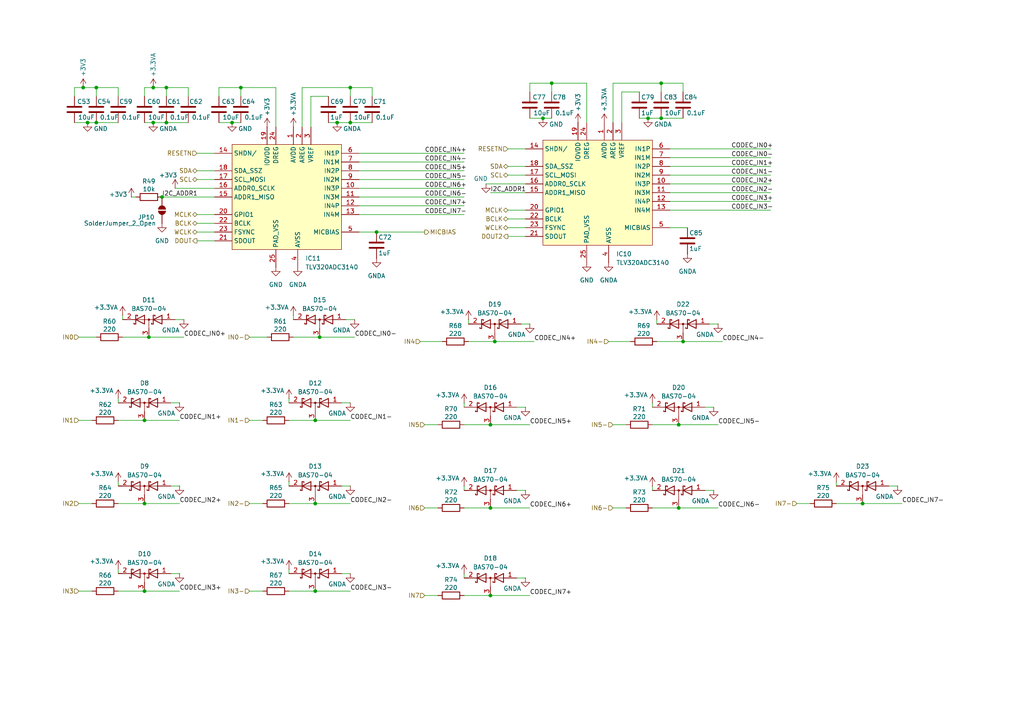
<source format=kicad_sch>
(kicad_sch (version 20250114) (generator "eeschema") (generator_version "9.0")
  (paper "A4")
  (lib_symbols
    (symbol "Bela:TLV320ADC3140"
      (property "Reference" "U" (at -13.462 -1.016 0))
      (property "Value" "TLV320ADC3140" (at 0 0 0))
      (symbol "TLV320ADC3140_1_0"
        (pin input line (at -20.32 -5.08 0) (length 5.08) (name "SHDN/") (number "14"))
        (pin bidirectional line (at -20.32 -10.16 0) (length 5.08) (name "SDA_SSZ") (number "18"))
        (pin input line (at -20.32 -12.7 0) (length 5.08) (name "SCL_MOSI") (number "17"))
        (pin input line (at -20.32 -15.24 0) (length 5.08) (name "ADDR0_SCLK") (number "16"))
        (pin bidirectional line (at -20.32 -17.78 0) (length 5.08) (name "ADDR1_MISO") (number "15"))
        (pin bidirectional line (at -20.32 -22.86 0) (length 5.08) (name "GPIO1") (number "20"))
        (pin bidirectional line (at -20.32 -25.4 0) (length 5.08) (name "BCLK") (number "22"))
        (pin bidirectional line (at -20.32 -27.94 0) (length 5.08) (name "FSYNC") (number "23"))
        (pin output line (at -20.32 -30.48 0) (length 5.08) (name "SDOUT") (number "21"))
        (pin power_in line (at -5.08 2.54 270) (length 5.08) (name "IOVDD") (number "19"))
        (pin power_in line (at -2.54 2.54 270) (length 5.08) (name "DREG") (number "24"))
        (pin power_in line (at -2.54 -38.1 90) (length 5.08) (name "PAD_VSS") (number "25"))
        (pin power_in line (at 2.54 2.54 270) (length 5.08) (name "AVDD") (number "1"))
        (pin power_in line (at 3.81 -38.1 90) (length 5.08) (name "AVSS") (number "4"))
        (pin bidirectional line (at 5.08 2.54 270) (length 5.08) (name "AREG") (number "2"))
        (pin output line (at 7.62 2.54 270) (length 5.08) (name "VREF") (number "3"))
        (pin input line (at 21.59 -5.08 180) (length 5.08) (name "IN1P") (number "6"))
        (pin input line (at 21.59 -7.62 180) (length 5.08) (name "IN1M") (number "7"))
        (pin input line (at 21.59 -10.16 180) (length 5.08) (name "IN2P") (number "8"))
        (pin input line (at 21.59 -12.7 180) (length 5.08) (name "IN2M") (number "9"))
        (pin input line (at 21.59 -15.24 180) (length 5.08) (name "IN3P") (number "10"))
        (pin input line (at 21.59 -17.78 180) (length 5.08) (name "IN3M") (number "11"))
        (pin input line (at 21.59 -20.32 180) (length 5.08) (name "IN4P") (number "12"))
        (pin input line (at 21.59 -22.86 180) (length 5.08) (name "IN4M") (number "13"))
        (pin output line (at 21.59 -27.94 180) (length 5.08) (name "MICBIAS") (number "5"))
      )
      (symbol "TLV320ADC3140_1_1"
        (rectangle (start -15.24 -2.54) (end 16.51 -33.02) (fill (type background)))
      )
    )
    (symbol "Device:C" (pin_numbers (hide yes)) (pin_names (offset 0.254))
      (property "Reference" "C" (at 0.635 2.54 0))
      (property "Value" "C" (at 0.635 -2.54 0))
      (symbol "C_0_1"
        (polyline (pts (xy -2.032 0.762) (xy 2.032 0.762)) (stroke (width 0.508)))
        (polyline (pts (xy -2.032 -0.762) (xy 2.032 -0.762)) (stroke (width 0.508)))
      )
      (symbol "C_1_1"
        (pin passive line (at 0 3.81 270) (length 2.794) (name "~") (number "1"))
        (pin passive line (at 0 -3.81 90) (length 2.794) (name "~") (number "2"))
      )
    )
    (symbol "Device:D_Schottky_Dual_Series_AKC" (pin_names (offset 0.762) (hide yes))
      (property "Reference" "D" (at 1.27 -2.54 0))
      (property "Value" "D_Schottky_Dual_Series_AKC" (at 0 2.54 0))
      (symbol "D_Schottky_Dual_Series_AKC_0_1"
        (polyline (pts (xy -3.81 1.27) (xy -1.27 0) (xy -3.81 -1.27) (xy -3.81 1.27) (xy -3.81 1.27) (xy -3.81 1.27)) (stroke (width 0.254)))
        (polyline (pts (xy -3.81 0) (xy 3.81 0)))
        (polyline (pts (xy -1.778 1.016) (xy -1.778 1.27) (xy -1.27 1.27) (xy -1.27 1.27) (xy -1.27 1.27)) (stroke (width 0.254)))
        (polyline (pts (xy -1.27 -1.27) (xy -1.27 1.27) (xy -1.27 1.27)) (stroke (width 0.254)))
        (polyline (pts (xy -1.27 -1.27) (xy -0.762 -1.27) (xy -0.762 -1.016) (xy -0.762 -1.016)) (stroke (width 0.254)))
        (polyline (pts (xy 0 0) (xy 0 -2.54)))
        (circle (center 0 0) (radius 0.254) (fill (type outline)))
        (polyline (pts (xy 1.27 1.27) (xy 3.81 0) (xy 1.27 -1.27) (xy 1.27 1.27) (xy 1.27 1.27) (xy 1.27 1.27)) (stroke (width 0.254)))
        (polyline (pts (xy 3.81 1.27) (xy 3.81 -1.27) (xy 3.81 -1.27)) (stroke (width 0.254)))
        (polyline (pts (xy 3.81 1.27) (xy 3.302 1.27) (xy 3.302 1.016) (xy 3.302 1.016)) (stroke (width 0.254)))
        (polyline (pts (xy 3.81 -1.27) (xy 4.318 -1.27) (xy 4.318 -1.016) (xy 4.318 -1.016)) (stroke (width 0.254)))
        (polyline (pts (xy 6.35 0) (xy 7.62 0)))
        (pin passive line (at -7.62 0 0) (length 3.81) (name "A") (number "1"))
        (pin passive line (at 0 -5.08 90) (length 2.54) (name "common") (number "3"))
        (pin passive line (at 7.62 0 180) (length 3.81) (name "K") (number "2"))
      )
    )
    (symbol "Device:R" (pin_numbers (hide yes)) (pin_names (offset 0))
      (property "Reference" "R" (at 2.032 0 90))
      (property "Value" "R" (at 0 0 90))
      (symbol "R_0_1"
        (rectangle (start -1.016 -2.54) (end 1.016 2.54) (stroke (width 0.254)))
      )
      (symbol "R_1_1"
        (pin passive line (at 0 3.81 270) (length 1.27) (name "~") (number "1"))
        (pin passive line (at 0 -3.81 90) (length 1.27) (name "~") (number "2"))
      )
    )
    (symbol "Jumper:SolderJumper_2_Open" (pin_numbers (hide yes)) (pin_names (offset 0) (hide yes)) (exclude_from_sim yes) (in_bom no)
      (property "Reference" "JP" (at 0 2.032 0))
      (property "Value" "SolderJumper_2_Open" (at 0 -2.54 0))
      (symbol "SolderJumper_2_Open_0_1"
        (polyline (pts (xy -0.254 1.016) (xy -0.254 -1.016)))
        (arc (start -0.254 -1.016) (mid -1.2656 0) (end -0.254 1.016))
        (arc (start -0.254 -1.016) (mid -1.2656 0) (end -0.254 1.016) (fill (type outline)))
        (arc (start 0.254 1.016) (mid 1.2656 0) (end 0.254 -1.016))
        (arc (start 0.254 1.016) (mid 1.2656 0) (end 0.254 -1.016) (fill (type outline)))
        (polyline (pts (xy 0.254 1.016) (xy 0.254 -1.016)))
      )
      (symbol "SolderJumper_2_Open_1_1"
        (pin passive line (at -3.81 0 0) (length 2.54) (name "A") (number "1"))
        (pin passive line (at 3.81 0 180) (length 2.54) (name "B") (number "2"))
      )
    )
    (symbol "power:+3.3VA" (power) (pin_numbers (hide yes)) (pin_names (offset 0) (hide yes))
      (property "Value" "+3.3VA" (at 0 3.556 0))
      (symbol "+3.3VA_0_1"
        (polyline (pts (xy -0.762 1.27) (xy 0 2.54)))
        (polyline (pts (xy 0 2.54) (xy 0.762 1.27)))
        (polyline (pts (xy 0 0) (xy 0 2.54)))
      )
      (symbol "+3.3VA_1_1"
        (pin power_in line (at 0 0 90) (length 0) (name "~") (number "1"))
      )
    )
    (symbol "power:+3V3" (power) (pin_numbers (hide yes)) (pin_names (offset 0) (hide yes))
      (property "Value" "+3V3" (at 0 3.556 0))
      (symbol "+3V3_0_1"
        (polyline (pts (xy -0.762 1.27) (xy 0 2.54)))
        (polyline (pts (xy 0 2.54) (xy 0.762 1.27)))
        (polyline (pts (xy 0 0) (xy 0 2.54)))
      )
      (symbol "+3V3_1_1"
        (pin power_in line (at 0 0 90) (length 0) (name "~") (number "1"))
      )
    )
    (symbol "power:GND" (power) (pin_numbers (hide yes)) (pin_names (offset 0) (hide yes))
      (property "Value" "GND" (at 0 -3.81 0))
      (symbol "GND_0_1"
        (polyline (pts (xy 0 0) (xy 0 -1.27) (xy 1.27 -1.27) (xy 0 -2.54) (xy -1.27 -1.27) (xy 0 -1.27)))
      )
      (symbol "GND_1_1"
        (pin power_in line (at 0 0 270) (length 0) (name "~") (number "1"))
      )
    )
    (symbol "power:GNDA" (power) (pin_numbers (hide yes)) (pin_names (offset 0) (hide yes))
      (property "Value" "GNDA" (at 0 -3.81 0))
      (symbol "GNDA_0_1"
        (polyline (pts (xy 0 0) (xy 0 -1.27) (xy 1.27 -1.27) (xy 0 -2.54) (xy -1.27 -1.27) (xy 0 -1.27)))
      )
      (symbol "GNDA_1_1"
        (pin power_in line (at 0 0 270) (length 0) (name "~") (number "1"))
      )
    )
  )
  (junction (at 48.26 25.4))
  (junction (at 142.24 172.72))
  (junction (at 109.22 67.31))
  (junction (at 25.4 35.56))
  (junction (at 91.44 146.05))
  (junction (at 91.44 121.92))
  (junction (at 41.91 146.05))
  (junction (at 157.48 34.29))
  (junction (at 24.13 25.4))
  (junction (at 67.31 35.56))
  (junction (at 44.45 25.4))
  (junction (at 196.85 123.19))
  (junction (at 142.24 123.19))
  (junction (at 160.02 24.13))
  (junction (at 143.51 99.06))
  (junction (at 196.85 147.32))
  (junction (at 27.94 25.4))
  (junction (at 43.18 97.79))
  (junction (at 27.94 35.56))
  (junction (at 41.91 121.92))
  (junction (at 48.26 35.56))
  (junction (at 187.96 34.29))
  (junction (at 92.71 97.79))
  (junction (at 97.79 35.56))
  (junction (at 198.12 99.06))
  (junction (at 101.6 25.4))
  (junction (at 46.99 57.15))
  (junction (at 69.85 25.4))
  (junction (at 191.77 34.29))
  (junction (at 142.24 147.32))
  (junction (at 44.45 35.56))
  (junction (at 191.77 24.13))
  (junction (at 91.44 171.45))
  (junction (at 250.19 146.05))
  (junction (at 41.91 171.45))
  (junction (at 101.6 35.56))
  (wire (pts (xy 170.18 35.56) (xy 170.18 24.13)))
  (wire (pts (xy 153.67 172.72) (xy 142.24 172.72)))
  (wire (pts (xy 194.31 60.96) (xy 223.52 60.96)))
  (wire (pts (xy 189.23 140.97) (xy 189.23 142.24)))
  (wire (pts (xy 104.14 57.15) (xy 134.62 57.15)))
  (wire (pts (xy 104.14 67.31) (xy 109.22 67.31)))
  (wire (pts (xy 57.15 62.23) (xy 62.23 62.23)))
  (wire (pts (xy 123.19 123.19) (xy 127 123.19)))
  (wire (pts (xy 72.39 146.05) (xy 76.2 146.05)))
  (wire (pts (xy 261.62 146.05) (xy 250.19 146.05)))
  (wire (pts (xy 153.67 147.32) (xy 142.24 147.32)))
  (wire (pts (xy 194.31 55.88) (xy 223.52 55.88)))
  (wire (pts (xy 50.8 54.61) (xy 62.23 54.61)))
  (wire (pts (xy 153.67 34.29) (xy 157.48 34.29)))
  (wire (pts (xy 22.86 146.05) (xy 26.67 146.05)))
  (wire (pts (xy 57.15 69.85) (xy 62.23 69.85)))
  (wire (pts (xy 250.19 146.05) (xy 242.57 146.05)))
  (wire (pts (xy 52.07 116.84) (xy 49.53 116.84)))
  (wire (pts (xy 147.32 66.04) (xy 152.4 66.04)))
  (wire (pts (xy 46.99 57.15) (xy 62.23 57.15)))
  (wire (pts (xy 48.26 25.4) (xy 54.61 25.4)))
  (wire (pts (xy 153.67 93.98) (xy 151.13 93.98)))
  (wire (pts (xy 80.01 25.4) (xy 69.85 25.4)))
  (wire (pts (xy 190.5 92.71) (xy 190.5 93.98)))
  (wire (pts (xy 57.15 49.53) (xy 62.23 49.53)))
  (wire (pts (xy 142.24 172.72) (xy 134.62 172.72)))
  (wire (pts (xy 69.85 27.94) (xy 69.85 25.4)))
  (wire (pts (xy 147.32 60.96) (xy 152.4 60.96)))
  (wire (pts (xy 191.77 26.67) (xy 191.77 24.13)))
  (wire (pts (xy 134.62 49.53) (xy 104.14 49.53)))
  (wire (pts (xy 90.17 36.83) (xy 90.17 27.94)))
  (wire (pts (xy 134.62 166.37) (xy 134.62 167.64)))
  (wire (pts (xy 242.57 139.7) (xy 242.57 140.97)))
  (wire (pts (xy 91.44 121.92) (xy 83.82 121.92)))
  (wire (pts (xy 41.91 27.94) (xy 41.91 25.4)))
  (wire (pts (xy 57.15 64.77) (xy 62.23 64.77)))
  (wire (pts (xy 180.34 35.56) (xy 180.34 26.67)))
  (wire (pts (xy 101.6 25.4) (xy 87.63 25.4)))
  (wire (pts (xy 154.94 99.06) (xy 143.51 99.06)))
  (wire (pts (xy 121.92 99.06) (xy 128.27 99.06)))
  (wire (pts (xy 57.15 52.07) (xy 62.23 52.07)))
  (wire (pts (xy 43.18 97.79) (xy 35.56 97.79)))
  (wire (pts (xy 91.44 146.05) (xy 83.82 146.05)))
  (wire (pts (xy 52.07 146.05) (xy 41.91 146.05)))
  (wire (pts (xy 134.62 54.61) (xy 104.14 54.61)))
  (wire (pts (xy 34.29 25.4) (xy 34.29 27.94)))
  (wire (pts (xy 147.32 48.26) (xy 152.4 48.26)))
  (wire (pts (xy 198.12 26.67) (xy 198.12 24.13)))
  (wire (pts (xy 83.82 115.57) (xy 83.82 116.84)))
  (wire (pts (xy 135.89 92.71) (xy 135.89 93.98)))
  (wire (pts (xy 38.1 57.15) (xy 39.37 57.15)))
  (wire (pts (xy 153.67 123.19) (xy 142.24 123.19)))
  (wire (pts (xy 177.8 123.19) (xy 181.61 123.19)))
  (wire (pts (xy 87.63 25.4) (xy 87.63 36.83)))
  (wire (pts (xy 198.12 24.13) (xy 191.77 24.13)))
  (wire (pts (xy 72.39 97.79) (xy 77.47 97.79)))
  (wire (pts (xy 48.26 27.94) (xy 48.26 25.4)))
  (wire (pts (xy 189.23 116.84) (xy 189.23 118.11)))
  (wire (pts (xy 52.07 166.37) (xy 49.53 166.37)))
  (wire (pts (xy 91.44 171.45) (xy 83.82 171.45)))
  (wire (pts (xy 101.6 27.94) (xy 101.6 25.4)))
  (wire (pts (xy 104.14 52.07) (xy 134.62 52.07)))
  (wire (pts (xy 52.07 171.45) (xy 41.91 171.45)))
  (wire (pts (xy 41.91 146.05) (xy 34.29 146.05)))
  (wire (pts (xy 223.52 43.18) (xy 194.31 43.18)))
  (wire (pts (xy 134.62 59.69) (xy 104.14 59.69)))
  (wire (pts (xy 223.52 58.42) (xy 194.31 58.42)))
  (wire (pts (xy 194.31 66.04) (xy 199.39 66.04)))
  (wire (pts (xy 160.02 26.67) (xy 160.02 24.13)))
  (wire (pts (xy 187.96 34.29) (xy 191.77 34.29)))
  (wire (pts (xy 27.94 35.56) (xy 34.29 35.56)))
  (wire (pts (xy 160.02 24.13) (xy 153.67 24.13)))
  (wire (pts (xy 41.91 171.45) (xy 34.29 171.45)))
  (wire (pts (xy 147.32 43.18) (xy 152.4 43.18)))
  (wire (pts (xy 198.12 99.06) (xy 190.5 99.06)))
  (wire (pts (xy 177.8 147.32) (xy 181.61 147.32)))
  (wire (pts (xy 208.28 93.98) (xy 205.74 93.98)))
  (wire (pts (xy 83.82 139.7) (xy 83.82 140.97)))
  (wire (pts (xy 196.85 123.19) (xy 189.23 123.19)))
  (wire (pts (xy 57.15 44.45) (xy 62.23 44.45)))
  (wire (pts (xy 101.6 146.05) (xy 91.44 146.05)))
  (wire (pts (xy 24.13 25.4) (xy 21.59 25.4)))
  (wire (pts (xy 34.29 115.57) (xy 34.29 116.84)))
  (wire (pts (xy 80.01 36.83) (xy 80.01 25.4)))
  (wire (pts (xy 48.26 25.4) (xy 44.45 25.4)))
  (wire (pts (xy 102.87 92.71) (xy 100.33 92.71)))
  (wire (pts (xy 54.61 25.4) (xy 54.61 27.94)))
  (wire (pts (xy 92.71 97.79) (xy 85.09 97.79)))
  (wire (pts (xy 223.52 53.34) (xy 194.31 53.34)))
  (wire (pts (xy 147.32 63.5) (xy 152.4 63.5)))
  (wire (pts (xy 101.6 116.84) (xy 99.06 116.84)))
  (wire (pts (xy 134.62 44.45) (xy 104.14 44.45)))
  (wire (pts (xy 85.09 91.44) (xy 85.09 92.71)))
  (wire (pts (xy 142.24 55.88) (xy 152.4 55.88)))
  (wire (pts (xy 191.77 34.29) (xy 198.12 34.29)))
  (wire (pts (xy 48.26 35.56) (xy 54.61 35.56)))
  (wire (pts (xy 72.39 171.45) (xy 76.2 171.45)))
  (wire (pts (xy 142.24 147.32) (xy 134.62 147.32)))
  (wire (pts (xy 57.15 67.31) (xy 62.23 67.31)))
  (wire (pts (xy 207.01 142.24) (xy 204.47 142.24)))
  (wire (pts (xy 104.14 62.23) (xy 134.62 62.23)))
  (wire (pts (xy 152.4 167.64) (xy 149.86 167.64)))
  (wire (pts (xy 44.45 25.4) (xy 41.91 25.4)))
  (wire (pts (xy 27.94 25.4) (xy 24.13 25.4)))
  (wire (pts (xy 153.67 26.67) (xy 153.67 24.13)))
  (wire (pts (xy 52.07 140.97) (xy 49.53 140.97)))
  (wire (pts (xy 67.31 35.56) (xy 69.85 35.56)))
  (wire (pts (xy 191.77 24.13) (xy 177.8 24.13)))
  (wire (pts (xy 21.59 27.94) (xy 21.59 25.4)))
  (wire (pts (xy 123.19 67.31) (xy 109.22 67.31)))
  (wire (pts (xy 196.85 147.32) (xy 189.23 147.32)))
  (wire (pts (xy 176.53 99.06) (xy 182.88 99.06)))
  (wire (pts (xy 53.34 97.79) (xy 43.18 97.79)))
  (wire (pts (xy 223.52 48.26) (xy 194.31 48.26)))
  (wire (pts (xy 101.6 35.56) (xy 107.95 35.56)))
  (wire (pts (xy 208.28 123.19) (xy 196.85 123.19)))
  (wire (pts (xy 41.91 35.56) (xy 44.45 35.56)))
  (wire (pts (xy 231.14 146.05) (xy 234.95 146.05)))
  (wire (pts (xy 69.85 25.4) (xy 63.5 25.4)))
  (wire (pts (xy 152.4 118.11) (xy 149.86 118.11)))
  (wire (pts (xy 95.25 35.56) (xy 97.79 35.56)))
  (wire (pts (xy 41.91 121.92) (xy 34.29 121.92)))
  (wire (pts (xy 22.86 97.79) (xy 27.94 97.79)))
  (wire (pts (xy 123.19 172.72) (xy 127 172.72)))
  (wire (pts (xy 44.45 35.56) (xy 48.26 35.56)))
  (wire (pts (xy 194.31 50.8) (xy 223.52 50.8)))
  (wire (pts (xy 22.86 121.92) (xy 26.67 121.92)))
  (wire (pts (xy 90.17 27.94) (xy 95.25 27.94)))
  (wire (pts (xy 170.18 24.13) (xy 160.02 24.13)))
  (wire (pts (xy 123.19 147.32) (xy 127 147.32)))
  (wire (pts (xy 104.14 46.99) (xy 134.62 46.99)))
  (wire (pts (xy 185.42 34.29) (xy 187.96 34.29)))
  (wire (pts (xy 34.29 139.7) (xy 34.29 140.97)))
  (wire (pts (xy 63.5 35.56) (xy 67.31 35.56)))
  (wire (pts (xy 143.51 99.06) (xy 135.89 99.06)))
  (wire (pts (xy 101.6 140.97) (xy 99.06 140.97)))
  (wire (pts (xy 157.48 34.29) (xy 160.02 34.29)))
  (wire (pts (xy 34.29 165.1) (xy 34.29 166.37)))
  (wire (pts (xy 107.95 27.94) (xy 107.95 25.4)))
  (wire (pts (xy 102.87 97.79) (xy 92.71 97.79)))
  (wire (pts (xy 107.95 25.4) (xy 101.6 25.4)))
  (wire (pts (xy 83.82 165.1) (xy 83.82 166.37)))
  (wire (pts (xy 22.86 171.45) (xy 26.67 171.45)))
  (wire (pts (xy 101.6 121.92) (xy 91.44 121.92)))
  (wire (pts (xy 27.94 25.4) (xy 34.29 25.4)))
  (wire (pts (xy 101.6 166.37) (xy 99.06 166.37)))
  (wire (pts (xy 52.07 121.92) (xy 41.91 121.92)))
  (wire (pts (xy 194.31 45.72) (xy 223.52 45.72)))
  (wire (pts (xy 25.4 35.56) (xy 27.94 35.56)))
  (wire (pts (xy 260.35 140.97) (xy 257.81 140.97)))
  (wire (pts (xy 97.79 35.56) (xy 101.6 35.56)))
  (wire (pts (xy 208.28 147.32) (xy 196.85 147.32)))
  (wire (pts (xy 147.32 68.58) (xy 152.4 68.58)))
  (wire (pts (xy 21.59 35.56) (xy 25.4 35.56)))
  (wire (pts (xy 209.55 99.06) (xy 198.12 99.06)))
  (wire (pts (xy 53.34 92.71) (xy 50.8 92.71)))
  (wire (pts (xy 63.5 27.94) (xy 63.5 25.4)))
  (wire (pts (xy 180.34 26.67) (xy 185.42 26.67)))
  (wire (pts (xy 72.39 121.92) (xy 76.2 121.92)))
  (wire (pts (xy 147.32 50.8) (xy 152.4 50.8)))
  (wire (pts (xy 134.62 116.84) (xy 134.62 118.11)))
  (wire (pts (xy 134.62 140.97) (xy 134.62 142.24)))
  (wire (pts (xy 101.6 171.45) (xy 91.44 171.45)))
  (wire (pts (xy 35.56 91.44) (xy 35.56 92.71)))
  (wire (pts (xy 27.94 27.94) (xy 27.94 25.4)))
  (wire (pts (xy 207.01 118.11) (xy 204.47 118.11)))
  (wire (pts (xy 142.24 123.19) (xy 134.62 123.19)))
  (wire (pts (xy 140.97 53.34) (xy 152.4 53.34)))
  (wire (pts (xy 177.8 24.13) (xy 177.8 35.56)))
  (wire (pts (xy 152.4 142.24) (xy 149.86 142.24)))
  (label "CODEC_IN0-" (at 212.09 45.72 0))
  (label "CODEC_IN2-" (at 101.6 146.05 0))
  (label "CODEC_IN4+" (at 123.19 44.45 0))
  (label "CODEC_IN1+" (at 52.07 121.92 0))
  (label "CODEC_IN3+" (at 212.09 58.42 0))
  (label "CODEC_IN2-" (at 212.09 55.88 0))
  (label "CODEC_IN1-" (at 212.09 50.8 0))
  (label "CODEC_IN4-" (at 123.19 46.99 0))
  (label "CODEC_IN5+" (at 153.67 123.19 0))
  (label "CODEC_IN7+" (at 123.19 59.69 0))
  (label "CODEC_IN7+" (at 153.67 172.72 0))
  (label "CODEC_IN5-" (at 208.28 123.19 0))
  (label "I2C_ADDR1" (at 46.99 57.15 0))
  (label "CODEC_IN1-" (at 101.6 121.92 0))
  (label "CODEC_IN5-" (at 123.19 52.07 0))
  (label "I2C_ADDR1" (at 142.24 55.88 0))
  (label "CODEC_IN2+" (at 212.09 53.34 0))
  (label "CODEC_IN0+" (at 53.34 97.79 0))
  (label "CODEC_IN5+" (at 123.19 49.53 0))
  (label "CODEC_IN6+" (at 153.67 147.32 0))
  (label "CODEC_IN6-" (at 208.28 147.32 0))
  (label "CODEC_IN4+" (at 154.94 99.06 0))
  (label "CODEC_IN3-" (at 101.6 171.45 0))
  (label "CODEC_IN3+" (at 52.07 171.45 0))
  (label "CODEC_IN7-" (at 123.19 62.23 0))
  (label "CODEC_IN6-" (at 123.19 57.15 0))
  (label "CODEC_IN0+" (at 212.09 43.18 0))
  (label "CODEC_IN6+" (at 123.19 54.61 0))
  (label "CODEC_IN3-" (at 212.09 60.96 0))
  (label "CODEC_IN2+" (at 52.07 146.05 0))
  (label "CODEC_IN1+" (at 212.09 48.26 0))
  (label "CODEC_IN0-" (at 102.87 97.79 0))
  (label "CODEC_IN4-" (at 209.55 99.06 0))
  (label "CODEC_IN7-" (at 261.62 146.05 0))
  (hierarchical_label "IN7-" (shape input) (at 231.14 146.05 180))
  (hierarchical_label "IN2" (shape input) (at 22.86 146.05 180))
  (hierarchical_label "RESETN" (shape input) (at 147.32 43.18 180))
  (hierarchical_label "IN5" (shape input) (at 123.19 123.19 180))
  (hierarchical_label "WCLK" (shape bidirectional) (at 57.15 67.31 180))
  (hierarchical_label "IN3-" (shape input) (at 72.39 171.45 180))
  (hierarchical_label "IN3" (shape input) (at 22.86 171.45 180))
  (hierarchical_label "DOUT" (shape output) (at 57.15 69.85 180))
  (hierarchical_label "SCL" (shape bidirectional) (at 57.15 52.07 180))
  (hierarchical_label "IN6" (shape input) (at 123.19 147.32 180))
  (hierarchical_label "DOUT2" (shape output) (at 147.32 68.58 180))
  (hierarchical_label "BCLK" (shape bidirectional) (at 147.32 63.5 180))
  (hierarchical_label "IN4-" (shape input) (at 176.53 99.06 180))
  (hierarchical_label "IN1" (shape input) (at 22.86 121.92 180))
  (hierarchical_label "MCLK" (shape bidirectional) (at 147.32 60.96 180))
  (hierarchical_label "IN5-" (shape input) (at 177.8 123.19 180))
  (hierarchical_label "MICBIAS" (shape output) (at 123.19 67.31 0))
  (hierarchical_label "MCLK" (shape bidirectional) (at 57.15 62.23 180))
  (hierarchical_label "IN2-" (shape input) (at 72.39 146.05 180))
  (hierarchical_label "IN0" (shape input) (at 22.86 97.79 180))
  (hierarchical_label "RESETN" (shape input) (at 57.15 44.45 180))
  (hierarchical_label "IN4" (shape input) (at 121.92 99.06 180))
  (hierarchical_label "SDA" (shape bidirectional) (at 57.15 49.53 180))
  (hierarchical_label "BCLK" (shape bidirectional) (at 57.15 64.77 180))
  (hierarchical_label "IN6-" (shape input) (at 177.8 147.32 180))
  (hierarchical_label "WCLK" (shape bidirectional) (at 147.32 66.04 180))
  (hierarchical_label "IN7" (shape input) (at 123.19 172.72 180))
  (hierarchical_label "SCL" (shape bidirectional) (at 147.32 50.8 180))
  (hierarchical_label "SDA" (shape bidirectional) (at 147.32 48.26 180))
  (hierarchical_label "IN1-" (shape input) (at 72.39 121.92 180))
  (hierarchical_label "IN0-" (shape input) (at 72.39 97.79 180))
  (symbol (lib_id "Device:C") (at 41.91 31.75 0) (unit 1)
    (property "Reference" "C60" (at 42.672 29.464 0) (effects (justify left)))
    (property "Value" "10uF" (at 42.926 34.036 0) (effects (justify left)))
    (property "Footprint" "Capacitor_SMD:C_0603_1608Metric" (effects (hide yes)))
    (property "Description" "Unpolarized capacitor" (effects (hide yes)))
  )
  (symbol (lib_id "Device:C") (at 107.95 31.75 0) (unit 1)
    (property "Reference" "C71" (at 108.204 29.464 0) (effects (justify left)))
    (property "Value" "0.1uF" (at 108.966 34.036 0) (effects (justify left)))
    (property "Footprint" "Capacitor_SMD:C_0402_1005Metric" (effects (hide yes)))
    (property "Description" "Unpolarized capacitor" (effects (hide yes)))
  )
  (symbol (lib_id "Jumper:SolderJumper_2_Open") (at 46.99 60.96 270) (unit 1) (exclude_from_sim yes) (in_bom no)
    (property "Reference" "JP10" (at 42.418 62.992 90))
    (property "Value" "SolderJumper_2_Open" (at 34.798 64.77 90))
    (property "Footprint" "Jumper:SolderJumper-2_P1.3mm_Open_RoundedPad1.0x1.5mm" (effects (hide yes)))
    (property "Description" "Solder Jumper, 2-pole, open" (effects (hide yes)))
  )
  (symbol (lib_id "Device:R") (at 31.75 97.79 270) (unit 1)
    (property "Reference" "R60" (at 31.75 93.218 90))
    (property "Value" "220" (at 31.75 95.504 90))
    (property "Footprint" "Resistor_SMD:R_0402_1005Metric" (effects (hide yes)))
    (property "Description" "Resistor" (effects (hide yes)))
  )
  (symbol (lib_id "Device:D_Schottky_Dual_Series_AKC") (at 142.24 118.11 0) (mirror y) (unit 1)
    (property "Reference" "D16" (at 142.24 112.395 0))
    (property "Value" "BAS70-04" (at 142.24 114.935 0))
    (property "Footprint" "Package_TO_SOT_SMD:SOT-323_SC-70" (effects (hide yes)))
  )
  (symbol (lib_id "power:+3.3VA") (at 83.82 165.1 0) (unit 1)
    (property "Reference" "#PWR0161" (effects (hide yes)))
    (property "Value" "+3.3VA" (at 78.994 162.814 0))
  )
  (symbol (lib_id "power:GND") (at 157.48 34.29 0) (unit 1)
    (property "Reference" "#PWR0180" (effects (hide yes)))
    (property "Value" "GND" (at 161.29 36.068 0))
    (property "Description" "Power symbol creates a global label with name \"GND\" , ground" (effects (hide yes)))
  )
  (symbol (lib_id "Device:D_Schottky_Dual_Series_AKC") (at 91.44 166.37 0) (mirror y) (unit 1)
    (property "Reference" "D14" (at 91.44 160.655 0))
    (property "Value" "BAS70-04" (at 91.44 163.195 0))
    (property "Footprint" "Package_TO_SOT_SMD:SOT-323_SC-70" (effects (hide yes)))
  )
  (symbol (lib_id "Device:C") (at 69.85 31.75 0) (unit 1)
    (property "Reference" "C64" (at 70.104 29.464 0) (effects (justify left)))
    (property "Value" "0.1uF" (at 70.866 34.036 0) (effects (justify left)))
    (property "Footprint" "Capacitor_SMD:C_0402_1005Metric" (effects (hide yes)))
    (property "Description" "Unpolarized capacitor" (effects (hide yes)))
  )
  (symbol (lib_id "Device:R") (at 132.08 99.06 270) (unit 1)
    (property "Reference" "R68" (at 132.08 94.488 90))
    (property "Value" "220" (at 132.08 96.774 90))
    (property "Footprint" "Resistor_SMD:R_0402_1005Metric" (effects (hide yes)))
    (property "Description" "Resistor" (effects (hide yes)))
  )
  (symbol (lib_id "power:+3V3") (at 50.8 54.61 0) (unit 1)
    (property "Reference" "#PWR0155" (effects (hide yes)))
    (property "Value" "+3V3" (at 48.768 50.8 0))
    (property "Description" "Power symbol creates a global label with name \"+3V3\"" (effects (hide yes)))
  )
  (symbol (lib_id "Bela:TLV320ADC3140") (at 172.72 38.1 0) (unit 1)
    (property "Reference" "IC10" (at 178.7241 73.66 0) (effects (justify left)))
    (property "Value" "TLV320ADC3140" (at 178.7241 76.2 0) (effects (justify left)))
    (property "Footprint" "Package_DFN_QFN:QFN-24-1EP_4x4mm_P0.5mm_EP2.7x2.7mm" (effects (hide yes)))
    (property "Description" "4/8-input audio ADC" (effects (hide yes)))
  )
  (symbol (lib_id "Device:D_Schottky_Dual_Series_AKC") (at 142.24 167.64 0) (mirror y) (unit 1)
    (property "Reference" "D18" (at 142.24 161.925 0))
    (property "Value" "BAS70-04" (at 142.24 164.465 0))
    (property "Footprint" "Package_TO_SOT_SMD:SOT-323_SC-70" (effects (hide yes)))
  )
  (symbol (lib_id "power:GND") (at 67.31 35.56 0) (unit 1)
    (property "Reference" "#PWR0156" (effects (hide yes)))
    (property "Value" "GND" (at 71.12 37.338 0))
    (property "Description" "Power symbol creates a global label with name \"GND\" , ground" (effects (hide yes)))
  )
  (symbol (lib_id "power:GND") (at 140.97 53.34 0) (unit 1)
    (property "Reference" "#PWR0175" (effects (hide yes)))
    (property "Value" "GND" (at 139.446 51.816 0))
    (property "Description" "Power symbol creates a global label with name \"GND\" , ground" (effects (hide yes)))
  )
  (symbol (lib_id "power:GNDA") (at 52.07 116.84 0) (unit 1)
    (property "Reference" "#PWR0151" (effects (hide yes)))
    (property "Value" "GNDA" (at 48.26 119.888 0))
    (property "Description" "Power symbol creates a global label with name \"GNDA\" , analog ground" (effects (hide yes)))
  )
  (symbol (lib_id "power:GNDA") (at 101.6 140.97 0) (unit 1)
    (property "Reference" "#PWR0167" (effects (hide yes)))
    (property "Value" "GNDA" (at 97.79 144.018 0))
    (property "Description" "Power symbol creates a global label with name \"GNDA\" , analog ground" (effects (hide yes)))
  )
  (symbol (lib_id "power:+3.3VA") (at 34.29 165.1 0) (unit 1)
    (property "Reference" "#PWR0145" (effects (hide yes)))
    (property "Value" "+3.3VA" (at 29.464 162.814 0))
  )
  (symbol (lib_id "power:GND") (at 170.18 76.2 0) (unit 1)
    (property "Reference" "#PWR0182" (effects (hide yes)))
    (property "Value" "GND" (at 170.18 81.28 0))
    (property "Description" "Power symbol creates a global label with name \"GND\" , ground" (effects (hide yes)))
  )
  (symbol (lib_id "Device:C") (at 95.25 31.75 0) (unit 1)
    (property "Reference" "C69" (at 95.758 29.464 0) (effects (justify left)))
    (property "Value" "1uF" (at 95.758 34.036 0) (effects (justify left)))
    (property "Footprint" "Capacitor_SMD:C_0402_1005Metric" (effects (hide yes)))
    (property "Description" "Unpolarized capacitor" (effects (hide yes)))
  )
  (symbol (lib_id "power:GNDA") (at 101.6 166.37 0) (unit 1)
    (property "Reference" "#PWR0168" (effects (hide yes)))
    (property "Value" "GNDA" (at 97.79 169.418 0))
    (property "Description" "Power symbol creates a global label with name \"GNDA\" , analog ground" (effects (hide yes)))
  )
  (symbol (lib_id "power:GNDA") (at 176.53 76.2 0) (unit 1)
    (property "Reference" "#PWR0184" (effects (hide yes)))
    (property "Value" "GNDA" (at 176.53 81.28 0))
    (property "Description" "Power symbol creates a global label with name \"GNDA\" , analog ground" (effects (hide yes)))
  )
  (symbol (lib_id "Device:R") (at 43.18 57.15 270) (unit 1)
    (property "Reference" "R49" (at 43.18 52.578 90))
    (property "Value" "10k" (at 43.18 54.864 90))
    (property "Footprint" "Resistor_SMD:R_0402_1005Metric" (effects (hide yes)))
    (property "Description" "Resistor" (effects (hide yes)))
  )
  (symbol (lib_id "Device:D_Schottky_Dual_Series_AKC") (at 91.44 140.97 0) (mirror y) (unit 1)
    (property "Reference" "D13" (at 91.44 135.255 0))
    (property "Value" "BAS70-04" (at 91.44 137.795 0))
    (property "Footprint" "Package_TO_SOT_SMD:SOT-323_SC-70" (effects (hide yes)))
  )
  (symbol (lib_id "power:+3.3VA") (at 175.26 35.56 0) (unit 1)
    (property "Reference" "#PWR0183" (effects (hide yes)))
    (property "Value" "+3.3VA" (at 175.26 28.956 90))
    (property "Description" "Power symbol creates a global label with name \"+3.3VA\"" (effects (hide yes)))
  )
  (symbol (lib_id "power:GND") (at 46.99 64.77 0) (unit 1)
    (property "Reference" "#PWR0150" (effects (hide yes)))
    (property "Value" "GND" (at 46.99 69.85 0))
    (property "Description" "Power symbol creates a global label with name \"GND\" , ground" (effects (hide yes)))
  )
  (symbol (lib_id "power:+3.3VA") (at 35.56 91.44 0) (unit 1)
    (property "Reference" "#PWR0146" (effects (hide yes)))
    (property "Value" "+3.3VA" (at 30.734 89.154 0))
  )
  (symbol (lib_id "Device:D_Schottky_Dual_Series_AKC") (at 91.44 116.84 0) (mirror y) (unit 1)
    (property "Reference" "D12" (at 91.44 111.125 0))
    (property "Value" "BAS70-04" (at 91.44 113.665 0))
    (property "Footprint" "Package_TO_SOT_SMD:SOT-323_SC-70" (effects (hide yes)))
  )
  (symbol (lib_id "power:+3V3") (at 24.13 25.4 0) (unit 1)
    (property "Reference" "#PWR0141" (effects (hide yes)))
    (property "Value" "+3V3" (at 24.13 19.558 90))
    (property "Description" "Power symbol creates a global label with name \"+3V3\"" (effects (hide yes)))
  )
  (symbol (lib_id "power:+3V3") (at 38.1 57.15 0) (unit 1)
    (property "Reference" "#PWR0147" (effects (hide yes)))
    (property "Value" "+3V3" (at 34.29 56.388 0))
    (property "Description" "Power symbol creates a global label with name \"+3V3\"" (effects (hide yes)))
  )
  (symbol (lib_id "power:+3V3") (at 77.47 36.83 0) (unit 1)
    (property "Reference" "#PWR0157" (effects (hide yes)))
    (property "Value" "+3V3" (at 77.47 30.988 90))
    (property "Description" "Power symbol creates a global label with name \"+3V3\"" (effects (hide yes)))
  )
  (symbol (lib_id "Device:R") (at 238.76 146.05 270) (unit 1)
    (property "Reference" "R75" (at 238.76 141.478 90))
    (property "Value" "220" (at 238.76 143.764 90))
    (property "Footprint" "Resistor_SMD:R_0402_1005Metric" (effects (hide yes)))
    (property "Description" "Resistor" (effects (hide yes)))
  )
  (symbol (lib_id "power:GNDA") (at 97.79 35.56 0) (unit 1)
    (property "Reference" "#PWR0165" (effects (hide yes)))
    (property "Value" "GNDA" (at 102.108 37.338 0))
    (property "Description" "Power symbol creates a global label with name \"GNDA\" , analog ground" (effects (hide yes)))
  )
  (symbol (lib_id "Device:R") (at 30.48 121.92 270) (unit 1)
    (property "Reference" "R62" (at 30.48 117.348 90))
    (property "Value" "220" (at 30.48 119.634 90))
    (property "Footprint" "Resistor_SMD:R_0402_1005Metric" (effects (hide yes)))
    (property "Description" "Resistor" (effects (hide yes)))
  )
  (symbol (lib_id "power:+3.3VA") (at 34.29 139.7 0) (unit 1)
    (property "Reference" "#PWR0144" (effects (hide yes)))
    (property "Value" "+3.3VA" (at 29.464 137.414 0))
  )
  (symbol (lib_id "power:GNDA") (at 152.4 142.24 0) (unit 1)
    (property "Reference" "#PWR0177" (effects (hide yes)))
    (property "Value" "GNDA" (at 148.59 145.288 0))
    (property "Description" "Power symbol creates a global label with name \"GNDA\" , analog ground" (effects (hide yes)))
  )
  (symbol (lib_id "Device:D_Schottky_Dual_Series_AKC") (at 41.91 140.97 0) (mirror y) (unit 1)
    (property "Reference" "D9" (at 41.91 135.255 0))
    (property "Value" "BAS70-04" (at 41.91 137.795 0))
    (property "Footprint" "Package_TO_SOT_SMD:SOT-323_SC-70" (effects (hide yes)))
  )
  (symbol (lib_id "power:+3.3VA") (at 83.82 139.7 0) (unit 1)
    (property "Reference" "#PWR0160" (effects (hide yes)))
    (property "Value" "+3.3VA" (at 78.994 137.414 0))
  )
  (symbol (lib_id "Device:D_Schottky_Dual_Series_AKC") (at 41.91 166.37 0) (mirror y) (unit 1)
    (property "Reference" "D10" (at 41.91 160.655 0))
    (property "Value" "BAS70-04" (at 41.91 163.195 0))
    (property "Footprint" "Package_TO_SOT_SMD:SOT-323_SC-70" (effects (hide yes)))
  )
  (symbol (lib_id "power:GNDA") (at 207.01 142.24 0) (unit 1)
    (property "Reference" "#PWR0191" (effects (hide yes)))
    (property "Value" "GNDA" (at 203.2 145.288 0))
    (property "Description" "Power symbol creates a global label with name \"GNDA\" , analog ground" (effects (hide yes)))
  )
  (symbol (lib_id "power:GND") (at 80.01 77.47 0) (unit 1)
    (property "Reference" "#PWR0158" (effects (hide yes)))
    (property "Value" "GND" (at 80.01 82.55 0))
    (property "Description" "Power symbol creates a global label with name \"GND\" , ground" (effects (hide yes)))
  )
  (symbol (lib_id "Bela:TLV320ADC3140") (at 82.55 39.37 0) (unit 1)
    (property "Reference" "IC11" (at 88.5541 74.93 0) (effects (justify left)))
    (property "Value" "TLV320ADC3140" (at 88.5541 77.47 0) (effects (justify left)))
    (property "Footprint" "Package_DFN_QFN:QFN-24-1EP_4x4mm_P0.5mm_EP2.7x2.7mm" (effects (hide yes)))
    (property "Description" "4/8-input audio ADC" (effects (hide yes)))
  )
  (symbol (lib_id "power:GNDA") (at 152.4 167.64 0) (unit 1)
    (property "Reference" "#PWR0178" (effects (hide yes)))
    (property "Value" "GNDA" (at 148.59 170.688 0))
    (property "Description" "Power symbol creates a global label with name \"GNDA\" , analog ground" (effects (hide yes)))
  )
  (symbol (lib_id "power:+3.3VA") (at 34.29 115.57 0) (unit 1)
    (property "Reference" "#PWR0143" (effects (hide yes)))
    (property "Value" "+3.3VA" (at 29.464 113.284 0))
  )
  (symbol (lib_id "Device:C") (at 48.26 31.75 0) (unit 1)
    (property "Reference" "C61" (at 48.514 29.464 0) (effects (justify left)))
    (property "Value" "0.1uF" (at 49.276 34.036 0) (effects (justify left)))
    (property "Footprint" "Capacitor_SMD:C_0402_1005Metric" (effects (hide yes)))
    (property "Description" "Unpolarized capacitor" (effects (hide yes)))
  )
  (symbol (lib_id "power:+3.3VA") (at 44.45 25.4 0) (unit 1)
    (property "Reference" "#PWR0148" (effects (hide yes)))
    (property "Value" "+3.3VA" (at 44.45 18.796 90))
    (property "Description" "Power symbol creates a global label with name \"+3.3VA\"" (effects (hide yes)))
  )
  (symbol (lib_id "Device:C") (at 199.39 69.85 0) (unit 1)
    (property "Reference" "C85" (at 199.898 67.564 0) (effects (justify left)))
    (property "Value" "1uF" (at 199.898 72.136 0) (effects (justify left)))
    (property "Footprint" "Capacitor_SMD:C_0402_1005Metric" (effects (hide yes)))
    (property "Description" "Unpolarized capacitor" (effects (hide yes)))
  )
  (symbol (lib_id "Device:C") (at 54.61 31.75 0) (unit 1)
    (property "Reference" "C62" (at 54.864 29.464 0) (effects (justify left)))
    (property "Value" "0.1uF" (at 55.626 34.036 0) (effects (justify left)))
    (property "Footprint" "Capacitor_SMD:C_0402_1005Metric" (effects (hide yes)))
    (property "Description" "Unpolarized capacitor" (effects (hide yes)))
  )
  (symbol (lib_id "Device:R") (at 80.01 171.45 270) (unit 1)
    (property "Reference" "R67" (at 80.01 166.878 90))
    (property "Value" "220" (at 80.01 169.164 90))
    (property "Footprint" "Resistor_SMD:R_0402_1005Metric" (effects (hide yes)))
    (property "Description" "Resistor" (effects (hide yes)))
  )
  (symbol (lib_id "power:GNDA") (at 53.34 92.71 0) (unit 1)
    (property "Reference" "#PWR0154" (effects (hide yes)))
    (property "Value" "GNDA" (at 49.53 95.758 0))
    (property "Description" "Power symbol creates a global label with name \"GNDA\" , analog ground" (effects (hide yes)))
  )
  (symbol (lib_id "power:GND") (at 25.4 35.56 0) (unit 1)
    (property "Reference" "#PWR0142" (effects (hide yes)))
    (property "Value" "GND" (at 29.21 37.338 0))
    (property "Description" "Power symbol creates a global label with name \"GND\" , ground" (effects (hide yes)))
  )
  (symbol (lib_id "power:GNDA") (at 260.35 140.97 0) (unit 1)
    (property "Reference" "#PWR0194" (effects (hide yes)))
    (property "Value" "GNDA" (at 256.54 144.018 0))
    (property "Description" "Power symbol creates a global label with name \"GNDA\" , analog ground" (effects (hide yes)))
  )
  (symbol (lib_id "power:+3.3VA") (at 190.5 92.71 0) (unit 1)
    (property "Reference" "#PWR0188" (effects (hide yes)))
    (property "Value" "+3.3VA" (at 185.674 90.424 0))
  )
  (symbol (lib_id "Device:D_Schottky_Dual_Series_AKC") (at 143.51 93.98 0) (mirror y) (unit 1)
    (property "Reference" "D19" (at 143.51 88.265 0))
    (property "Value" "BAS70-04" (at 143.51 90.805 0))
    (property "Footprint" "Package_TO_SOT_SMD:SOT-323_SC-70" (effects (hide yes)))
  )
  (symbol (lib_id "power:+3.3VA") (at 134.62 140.97 0) (unit 1)
    (property "Reference" "#PWR0172" (effects (hide yes)))
    (property "Value" "+3.3VA" (at 129.794 138.684 0))
  )
  (symbol (lib_id "Device:R") (at 81.28 97.79 270) (unit 1)
    (property "Reference" "R61" (at 81.28 93.218 90))
    (property "Value" "220" (at 81.28 95.504 90))
    (property "Footprint" "Resistor_SMD:R_0402_1005Metric" (effects (hide yes)))
    (property "Description" "Resistor" (effects (hide yes)))
  )
  (symbol (lib_id "power:GNDA") (at 152.4 118.11 0) (unit 1)
    (property "Reference" "#PWR0176" (effects (hide yes)))
    (property "Value" "GNDA" (at 148.59 121.158 0))
    (property "Description" "Power symbol creates a global label with name \"GNDA\" , analog ground" (effects (hide yes)))
  )
  (symbol (lib_id "power:GNDA") (at 153.67 93.98 0) (unit 1)
    (property "Reference" "#PWR0179" (effects (hide yes)))
    (property "Value" "GNDA" (at 149.86 97.028 0))
    (property "Description" "Power symbol creates a global label with name \"GNDA\" , analog ground" (effects (hide yes)))
  )
  (symbol (lib_id "Device:D_Schottky_Dual_Series_AKC") (at 41.91 116.84 0) (mirror y) (unit 1)
    (property "Reference" "D8" (at 41.91 111.125 0))
    (property "Value" "BAS70-04" (at 41.91 113.665 0))
    (property "Footprint" "Package_TO_SOT_SMD:SOT-323_SC-70" (effects (hide yes)))
  )
  (symbol (lib_id "Device:D_Schottky_Dual_Series_AKC") (at 250.19 140.97 0) (mirror y) (unit 1)
    (property "Reference" "D23" (at 250.19 135.255 0))
    (property "Value" "BAS70-04" (at 250.19 137.795 0))
    (property "Footprint" "Package_TO_SOT_SMD:SOT-323_SC-70" (effects (hide yes)))
  )
  (symbol (lib_id "Device:R") (at 30.48 171.45 270) (unit 1)
    (property "Reference" "R66" (at 30.48 166.878 90))
    (property "Value" "220" (at 30.48 169.164 90))
    (property "Footprint" "Resistor_SMD:R_0402_1005Metric" (effects (hide yes)))
    (property "Description" "Resistor" (effects (hide yes)))
  )
  (symbol (lib_id "power:+3.3VA") (at 189.23 116.84 0) (unit 1)
    (property "Reference" "#PWR0186" (effects (hide yes)))
    (property "Value" "+3.3VA" (at 184.404 114.554 0))
  )
  (symbol (lib_id "Device:D_Schottky_Dual_Series_AKC") (at 198.12 93.98 0) (mirror y) (unit 1)
    (property "Reference" "D22" (at 198.12 88.265 0))
    (property "Value" "BAS70-04" (at 198.12 90.805 0))
    (property "Footprint" "Package_TO_SOT_SMD:SOT-323_SC-70" (effects (hide yes)))
  )
  (symbol (lib_id "power:+3.3VA") (at 134.62 166.37 0) (unit 1)
    (property "Reference" "#PWR0173" (effects (hide yes)))
    (property "Value" "+3.3VA" (at 129.794 164.084 0))
  )
  (symbol (lib_id "Device:D_Schottky_Dual_Series_AKC") (at 92.71 92.71 0) (mirror y) (unit 1)
    (property "Reference" "D15" (at 92.71 86.995 0))
    (property "Value" "BAS70-04" (at 92.71 89.535 0))
    (property "Footprint" "Package_TO_SOT_SMD:SOT-323_SC-70" (effects (hide yes)))
  )
  (symbol (lib_id "power:GNDA") (at 199.39 73.66 0) (unit 1)
    (property "Reference" "#PWR0189" (effects (hide yes)))
    (property "Value" "GNDA" (at 199.39 78.74 0))
    (property "Description" "Power symbol creates a global label with name \"GNDA\" , analog ground" (effects (hide yes)))
  )
  (symbol (lib_id "power:+3.3VA") (at 135.89 92.71 0) (unit 1)
    (property "Reference" "#PWR0174" (effects (hide yes)))
    (property "Value" "+3.3VA" (at 131.064 90.424 0))
  )
  (symbol (lib_id "power:GNDA") (at 52.07 166.37 0) (unit 1)
    (property "Reference" "#PWR0153" (effects (hide yes)))
    (property "Value" "GNDA" (at 48.26 169.418 0))
    (property "Description" "Power symbol creates a global label with name \"GNDA\" , analog ground" (effects (hide yes)))
  )
  (symbol (lib_id "power:GNDA") (at 86.36 77.47 0) (unit 1)
    (property "Reference" "#PWR0164" (effects (hide yes)))
    (property "Value" "GNDA" (at 86.36 82.55 0))
    (property "Description" "Power symbol creates a global label with name \"GNDA\" , analog ground" (effects (hide yes)))
  )
  (symbol (lib_id "Device:R") (at 130.81 172.72 270) (unit 1)
    (property "Reference" "R74" (at 130.81 168.148 90))
    (property "Value" "220" (at 130.81 170.434 90))
    (property "Footprint" "Resistor_SMD:R_0402_1005Metric" (effects (hide yes)))
    (property "Description" "Resistor" (effects (hide yes)))
  )
  (symbol (lib_id "Device:D_Schottky_Dual_Series_AKC") (at 196.85 142.24 0) (mirror y) (unit 1)
    (property "Reference" "D21" (at 196.85 136.525 0))
    (property "Value" "BAS70-04" (at 196.85 139.065 0))
    (property "Footprint" "Package_TO_SOT_SMD:SOT-323_SC-70" (effects (hide yes)))
  )
  (symbol (lib_id "power:GNDA") (at 109.22 74.93 0) (unit 1)
    (property "Reference" "#PWR0170" (effects (hide yes)))
    (property "Value" "GNDA" (at 109.22 80.01 0))
    (property "Description" "Power symbol creates a global label with name \"GNDA\" , analog ground" (effects (hide yes)))
  )
  (symbol (lib_id "Device:R") (at 130.81 147.32 270) (unit 1)
    (property "Reference" "R72" (at 130.81 142.748 90))
    (property "Value" "220" (at 130.81 145.034 90))
    (property "Footprint" "Resistor_SMD:R_0402_1005Metric" (effects (hide yes)))
    (property "Description" "Resistor" (effects (hide yes)))
  )
  (symbol (lib_id "Device:D_Schottky_Dual_Series_AKC") (at 142.24 142.24 0) (mirror y) (unit 1)
    (property "Reference" "D17" (at 142.24 136.525 0))
    (property "Value" "BAS70-04" (at 142.24 139.065 0))
    (property "Footprint" "Package_TO_SOT_SMD:SOT-323_SC-70" (effects (hide yes)))
  )
  (symbol (lib_id "Device:C") (at 153.67 30.48 0) (unit 1)
    (property "Reference" "C77" (at 154.432 28.194 0) (effects (justify left)))
    (property "Value" "10uF" (at 154.686 32.766 0) (effects (justify left)))
    (property "Footprint" "Capacitor_SMD:C_0603_1608Metric" (effects (hide yes)))
    (property "Description" "Unpolarized capacitor" (effects (hide yes)))
  )
  (symbol (lib_id "Device:R") (at 185.42 123.19 270) (unit 1)
    (property "Reference" "R71" (at 185.42 118.618 90))
    (property "Value" "220" (at 185.42 120.904 90))
    (property "Footprint" "Resistor_SMD:R_0402_1005Metric" (effects (hide yes)))
    (property "Description" "Resistor" (effects (hide yes)))
  )
  (symbol (lib_id "Device:R") (at 80.01 146.05 270) (unit 1)
    (property "Reference" "R65" (at 80.01 141.478 90))
    (property "Value" "220" (at 80.01 143.764 90))
    (property "Footprint" "Resistor_SMD:R_0402_1005Metric" (effects (hide yes)))
    (property "Description" "Resistor" (effects (hide yes)))
  )
  (symbol (lib_id "Device:C") (at 101.6 31.75 0) (unit 1)
    (property "Reference" "C70" (at 102.362 29.464 0) (effects (justify left)))
    (property "Value" "10uF" (at 102.616 34.036 0) (effects (justify left)))
    (property "Footprint" "Capacitor_SMD:C_0603_1608Metric" (effects (hide yes)))
    (property "Description" "Unpolarized capacitor" (effects (hide yes)))
  )
  (symbol (lib_id "Device:R") (at 186.69 99.06 270) (unit 1)
    (property "Reference" "R69" (at 186.69 94.488 90))
    (property "Value" "220" (at 186.69 96.774 90))
    (property "Footprint" "Resistor_SMD:R_0402_1005Metric" (effects (hide yes)))
    (property "Description" "Resistor" (effects (hide yes)))
  )
  (symbol (lib_id "Device:R") (at 130.81 123.19 270) (unit 1)
    (property "Reference" "R70" (at 130.81 118.618 90))
    (property "Value" "220" (at 130.81 120.904 90))
    (property "Footprint" "Resistor_SMD:R_0402_1005Metric" (effects (hide yes)))
    (property "Description" "Resistor" (effects (hide yes)))
  )
  (symbol (lib_id "Device:D_Schottky_Dual_Series_AKC") (at 196.85 118.11 0) (mirror y) (unit 1)
    (property "Reference" "D20" (at 196.85 112.395 0))
    (property "Value" "BAS70-04" (at 196.85 114.935 0))
    (property "Footprint" "Package_TO_SOT_SMD:SOT-323_SC-70" (effects (hide yes)))
  )
  (symbol (lib_id "Device:C") (at 34.29 31.75 0) (unit 1)
    (property "Reference" "C59" (at 34.544 29.464 0) (effects (justify left)))
    (property "Value" "0.1uF" (at 35.306 34.036 0) (effects (justify left)))
    (property "Footprint" "Capacitor_SMD:C_0402_1005Metric" (effects (hide yes)))
    (property "Description" "Unpolarized capacitor" (effects (hide yes)))
  )
  (symbol (lib_id "power:GNDA") (at 208.28 93.98 0) (unit 1)
    (property "Reference" "#PWR0192" (effects (hide yes)))
    (property "Value" "GNDA" (at 204.47 97.028 0))
    (property "Description" "Power symbol creates a global label with name \"GNDA\" , analog ground" (effects (hide yes)))
  )
  (symbol (lib_id "Device:C") (at 109.22 71.12 0) (unit 1)
    (property "Reference" "C72" (at 109.728 68.834 0) (effects (justify left)))
    (property "Value" "1uF" (at 109.728 73.406 0) (effects (justify left)))
    (property "Footprint" "Capacitor_SMD:C_0402_1005Metric" (effects (hide yes)))
    (property "Description" "Unpolarized capacitor" (effects (hide yes)))
  )
  (symbol (lib_id "power:+3.3VA") (at 85.09 91.44 0) (unit 1)
    (property "Reference" "#PWR0163" (effects (hide yes)))
    (property "Value" "+3.3VA" (at 80.264 89.154 0))
  )
  (symbol (lib_id "Device:C") (at 191.77 30.48 0) (unit 1)
    (property "Reference" "C83" (at 192.532 28.194 0) (effects (justify left)))
    (property "Value" "10uF" (at 192.786 32.766 0) (effects (justify left)))
    (property "Footprint" "Capacitor_SMD:C_0603_1608Metric" (effects (hide yes)))
    (property "Description" "Unpolarized capacitor" (effects (hide yes)))
  )
  (symbol (lib_id "power:GNDA") (at 101.6 116.84 0) (unit 1)
    (property "Reference" "#PWR0166" (effects (hide yes)))
    (property "Value" "GNDA" (at 97.79 119.888 0))
    (property "Description" "Power symbol creates a global label with name \"GNDA\" , analog ground" (effects (hide yes)))
  )
  (symbol (lib_id "Device:R") (at 80.01 121.92 270) (unit 1)
    (property "Reference" "R63" (at 80.01 117.348 90))
    (property "Value" "220" (at 80.01 119.634 90))
    (property "Footprint" "Resistor_SMD:R_0402_1005Metric" (effects (hide yes)))
    (property "Description" "Resistor" (effects (hide yes)))
  )
  (symbol (lib_id "Device:C") (at 185.42 30.48 0) (unit 1)
    (property "Reference" "C79" (at 185.928 28.194 0) (effects (justify left)))
    (property "Value" "1uF" (at 185.928 32.766 0) (effects (justify left)))
    (property "Footprint" "Capacitor_SMD:C_0402_1005Metric" (effects (hide yes)))
    (property "Description" "Unpolarized capacitor" (effects (hide yes)))
  )
  (symbol (lib_id "Device:C") (at 21.59 31.75 0) (unit 1)
    (property "Reference" "C53" (at 22.352 29.464 0) (effects (justify left)))
    (property "Value" "10uF" (at 22.606 34.036 0) (effects (justify left)))
    (property "Footprint" "Capacitor_SMD:C_0603_1608Metric" (effects (hide yes)))
    (property "Description" "Unpolarized capacitor" (effects (hide yes)))
  )
  (symbol (lib_id "power:+3.3VA") (at 85.09 36.83 0) (unit 1)
    (property "Reference" "#PWR0162" (effects (hide yes)))
    (property "Value" "+3.3VA" (at 85.09 30.226 90))
    (property "Description" "Power symbol creates a global label with name \"+3.3VA\"" (effects (hide yes)))
  )
  (symbol (lib_id "power:+3.3VA") (at 83.82 115.57 0) (unit 1)
    (property "Reference" "#PWR0159" (effects (hide yes)))
    (property "Value" "+3.3VA" (at 78.994 113.284 0))
  )
  (symbol (lib_id "Device:C") (at 160.02 30.48 0) (unit 1)
    (property "Reference" "C78" (at 160.274 28.194 0) (effects (justify left)))
    (property "Value" "0.1uF" (at 161.036 32.766 0) (effects (justify left)))
    (property "Footprint" "Capacitor_SMD:C_0402_1005Metric" (effects (hide yes)))
    (property "Description" "Unpolarized capacitor" (effects (hide yes)))
  )
  (symbol (lib_id "power:GNDA") (at 102.87 92.71 0) (unit 1)
    (property "Reference" "#PWR0169" (effects (hide yes)))
    (property "Value" "GNDA" (at 99.06 95.758 0))
    (property "Description" "Power symbol creates a global label with name \"GNDA\" , analog ground" (effects (hide yes)))
  )
  (symbol (lib_id "Device:C") (at 198.12 30.48 0) (unit 1)
    (property "Reference" "C84" (at 198.374 28.194 0) (effects (justify left)))
    (property "Value" "0.1uF" (at 199.136 32.766 0) (effects (justify left)))
    (property "Footprint" "Capacitor_SMD:C_0402_1005Metric" (effects (hide yes)))
    (property "Description" "Unpolarized capacitor" (effects (hide yes)))
  )
  (symbol (lib_id "power:GNDA") (at 187.96 34.29 0) (unit 1)
    (property "Reference" "#PWR0185" (effects (hide yes)))
    (property "Value" "GNDA" (at 192.278 36.068 0))
    (property "Description" "Power symbol creates a global label with name \"GNDA\" , analog ground" (effects (hide yes)))
  )
  (symbol (lib_id "power:GNDA") (at 44.45 35.56 0) (unit 1)
    (property "Reference" "#PWR0149" (effects (hide yes)))
    (property "Value" "GNDA" (at 48.768 37.338 0))
    (property "Description" "Power symbol creates a global label with name \"GNDA\" , analog ground" (effects (hide yes)))
  )
  (symbol (lib_id "power:GNDA") (at 52.07 140.97 0) (unit 1)
    (property "Reference" "#PWR0152" (effects (hide yes)))
    (property "Value" "GNDA" (at 48.26 144.018 0))
    (property "Description" "Power symbol creates a global label with name \"GNDA\" , analog ground" (effects (hide yes)))
  )
  (symbol (lib_id "power:+3.3VA") (at 134.62 116.84 0) (unit 1)
    (property "Reference" "#PWR0171" (effects (hide yes)))
    (property "Value" "+3.3VA" (at 129.794 114.554 0))
  )
  (symbol (lib_id "Device:D_Schottky_Dual_Series_AKC") (at 43.18 92.71 0) (mirror y) (unit 1)
    (property "Reference" "D11" (at 43.18 86.995 0))
    (property "Value" "BAS70-04" (at 43.18 89.535 0))
    (property "Footprint" "Package_TO_SOT_SMD:SOT-323_SC-70" (effects (hide yes)))
  )
  (symbol (lib_id "Device:C") (at 63.5 31.75 0) (unit 1)
    (property "Reference" "C63" (at 64.262 29.464 0) (effects (justify left)))
    (property "Value" "10uF" (at 64.516 34.036 0) (effects (justify left)))
    (property "Footprint" "Capacitor_SMD:C_0603_1608Metric" (effects (hide yes)))
    (property "Description" "Unpolarized capacitor" (effects (hide yes)))
  )
  (symbol (lib_id "power:+3.3VA") (at 242.57 139.7 0) (unit 1)
    (property "Reference" "#PWR0193" (effects (hide yes)))
    (property "Value" "+3.3VA" (at 237.744 137.414 0))
  )
  (symbol (lib_id "power:GNDA") (at 207.01 118.11 0) (unit 1)
    (property "Reference" "#PWR0190" (effects (hide yes)))
    (property "Value" "GNDA" (at 203.2 121.158 0))
    (property "Description" "Power symbol creates a global label with name \"GNDA\" , analog ground" (effects (hide yes)))
  )
  (symbol (lib_id "Device:R") (at 30.48 146.05 270) (unit 1)
    (property "Reference" "R64" (at 30.48 141.478 90))
    (property "Value" "220" (at 30.48 143.764 90))
    (property "Footprint" "Resistor_SMD:R_0402_1005Metric" (effects (hide yes)))
    (property "Description" "Resistor" (effects (hide yes)))
  )
  (symbol (lib_id "Device:C") (at 27.94 31.75 0) (unit 1)
    (property "Reference" "C54" (at 28.194 29.464 0) (effects (justify left)))
    (property "Value" "0.1uF" (at 28.956 34.036 0) (effects (justify left)))
    (property "Footprint" "Capacitor_SMD:C_0402_1005Metric" (effects (hide yes)))
    (property "Description" "Unpolarized capacitor" (effects (hide yes)))
  )
  (symbol (lib_id "power:+3V3") (at 167.64 35.56 0) (unit 1)
    (property "Reference" "#PWR0181" (effects (hide yes)))
    (property "Value" "+3V3" (at 167.64 29.718 90))
    (property "Description" "Power symbol creates a global label with name \"+3V3\"" (effects (hide yes)))
  )
  (symbol (lib_id "Device:R") (at 185.42 147.32 270) (unit 1)
    (property "Reference" "R73" (at 185.42 142.748 90))
    (property "Value" "220" (at 185.42 145.034 90))
    (property "Footprint" "Resistor_SMD:R_0402_1005Metric" (effects (hide yes)))
    (property "Description" "Resistor" (effects (hide yes)))
  )
  (symbol (lib_id "power:+3.3VA") (at 189.23 140.97 0) (unit 1)
    (property "Reference" "#PWR0187" (effects (hide yes)))
    (property "Value" "+3.3VA" (at 184.404 138.684 0))
  )
)
</source>
